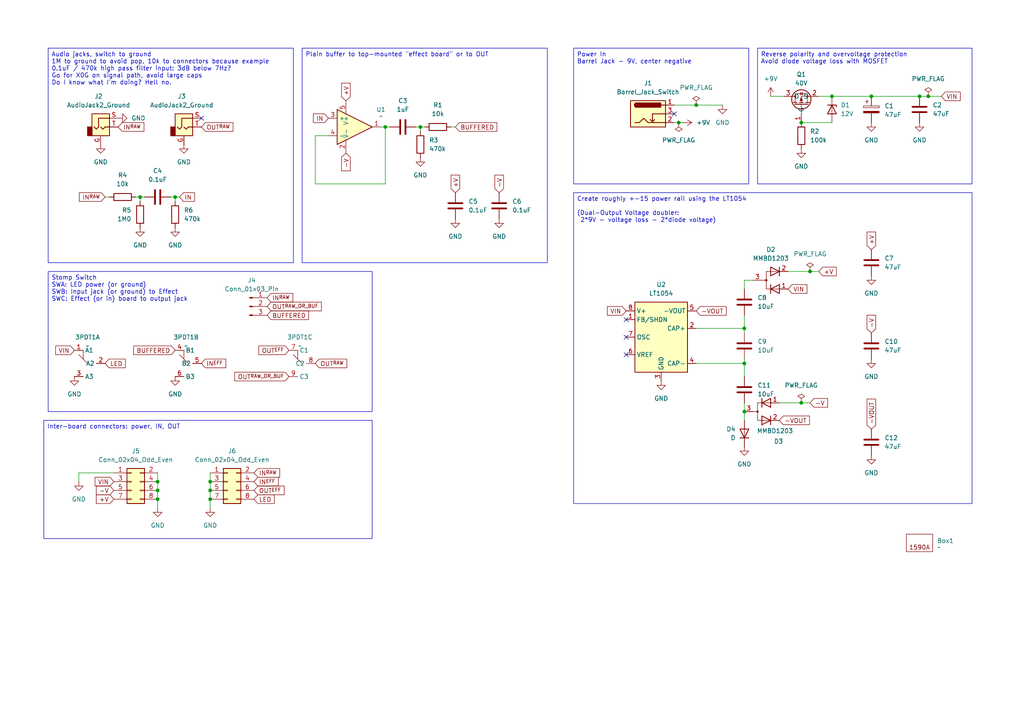
<source format=kicad_sch>
(kicad_sch (version 20231120) (generator "eeschema") (generator_version "8.0")
  (paper "A4")
  (title_block (title "Base board using LT1054 for power") (date "2025-02-28") (rev "v1.0"))
  (lib_symbols
    (symbol "Connector:Barrel_Jack_Switch" (pin_names hide)
      (property "Reference" "J" (at 0 5.334 0))
      (property "Value" "Barrel_Jack_Switch" (at 0 -5.08 0))
      (symbol "Barrel_Jack_Switch_0_1"
        (rectangle (start -5.08 3.81) (end 5.08 -3.81) (stroke (width 0.254)) (fill (type background)))
        (arc (start -3.302 3.175) (mid -3.9343 2.54) (end -3.302 1.905) (stroke (width 0.254)))
        (arc (start -3.302 3.175) (mid -3.9343 2.54) (end -3.302 1.905) (stroke (width 0.254)) (fill (type outline)))
        (polyline (pts (xy 1.27 -2.286) (xy 1.905 -1.651)) (stroke (width 0.254)))
        (polyline (pts (xy 5.08 2.54) (xy 3.81 2.54)) (stroke (width 0.254)))
        (polyline (pts (xy 5.08 0) (xy 1.27 0) (xy 1.27 -2.286) (xy 0.635 -1.651)) (stroke (width 0.254)))
        (polyline (pts (xy -3.81 -2.54) (xy -2.54 -2.54) (xy -1.27 -1.27) (xy 0 -2.54) (xy 2.54 -2.54) (xy 5.08 -2.54)) (stroke (width 0.254)))
        (rectangle (start 3.683 3.175) (end -3.302 1.905) (stroke (width 0.254)) (fill (type outline)))
      )
      (symbol "Barrel_Jack_Switch_1_1"
        (pin passive line (at 7.62 2.54 180) (length 2.54) (name "~") (number "1"))
        (pin passive line (at 7.62 -2.54 180) (length 2.54) (name "~") (number "2"))
        (pin passive line (at 7.62 0 180) (length 2.54) (name "~") (number "3"))
      )
    )
    (symbol "Connector:Conn_01x03_Pin" (pin_names (offset 1.016) hide)
      (property "Reference" "J" (at 0 5.08 0))
      (property "Value" "Conn_01x03_Pin" (at 0 -5.08 0))
      (symbol "Conn_01x03_Pin_1_1"
        (polyline (pts (xy 1.27 -2.54) (xy 0.8636 -2.54)) (stroke (width 0.1524)))
        (polyline (pts (xy 1.27 0) (xy 0.8636 0)) (stroke (width 0.1524)))
        (polyline (pts (xy 1.27 2.54) (xy 0.8636 2.54)) (stroke (width 0.1524)))
        (rectangle (start 0.8636 -2.413) (end 0 -2.667) (stroke (width 0.1524)) (fill (type outline)))
        (rectangle (start 0.8636 0.127) (end 0 -0.127) (stroke (width 0.1524)) (fill (type outline)))
        (rectangle (start 0.8636 2.667) (end 0 2.413) (stroke (width 0.1524)) (fill (type outline)))
        (pin passive line (at 5.08 2.54 180) (length 3.81) (name "Pin_1") (number "1"))
        (pin passive line (at 5.08 0 180) (length 3.81) (name "Pin_2") (number "2"))
        (pin passive line (at 5.08 -2.54 180) (length 3.81) (name "Pin_3") (number "3"))
      )
    )
    (symbol "Connector_Audio:AudioJack2_Ground"
      (property "Reference" "J" (at 0 8.89 0))
      (property "Value" "AudioJack2_Ground" (at 0 6.35 0))
      (symbol "AudioJack2_Ground_0_1"
        (rectangle (start -2.54 -2.54) (end -3.81 0) (stroke (width 0.254)) (fill (type outline)))
        (polyline (pts (xy 0 0) (xy 0.635 -0.635) (xy 1.27 0) (xy 2.54 0)) (stroke (width 0.254)))
        (polyline (pts (xy 2.54 2.54) (xy -0.635 2.54) (xy -0.635 0) (xy -1.27 -0.635) (xy -1.905 0)) (stroke (width 0.254)))
        (rectangle (start 2.54 3.81) (end -2.54 -2.54) (stroke (width 0.254)) (fill (type background)))
      )
      (symbol "AudioJack2_Ground_1_1"
        (pin passive line (at 0 -5.08 90) (length 2.54) (name "~") (number "G"))
        (pin passive line (at 5.08 2.54 180) (length 2.54) (name "~") (number "S"))
        (pin passive line (at 5.08 0 180) (length 2.54) (name "~") (number "T"))
      )
    )
    (symbol "Connector_Generic:Conn_02x04_Odd_Even" (pin_names (offset 1.016) hide)
      (property "Reference" "J" (at 1.27 5.08 0))
      (property "Value" "Conn_02x04_Odd_Even" (at 1.27 -7.62 0))
      (symbol "Conn_02x04_Odd_Even_1_1"
        (rectangle (start -1.27 -4.953) (end 0 -5.207) (stroke (width 0.1524)))
        (rectangle (start -1.27 -2.413) (end 0 -2.667) (stroke (width 0.1524)))
        (rectangle (start -1.27 0.127) (end 0 -0.127) (stroke (width 0.1524)))
        (rectangle (start -1.27 2.667) (end 0 2.413) (stroke (width 0.1524)))
        (rectangle (start -1.27 3.81) (end 3.81 -6.35) (stroke (width 0.254)) (fill (type background)))
        (rectangle (start 3.81 -4.953) (end 2.54 -5.207) (stroke (width 0.1524)))
        (rectangle (start 3.81 -2.413) (end 2.54 -2.667) (stroke (width 0.1524)))
        (rectangle (start 3.81 0.127) (end 2.54 -0.127) (stroke (width 0.1524)))
        (rectangle (start 3.81 2.667) (end 2.54 2.413) (stroke (width 0.1524)))
        (pin passive line (at -5.08 2.54 0) (length 3.81) (name "Pin_1") (number "1"))
        (pin passive line (at 7.62 2.54 180) (length 3.81) (name "Pin_2") (number "2"))
        (pin passive line (at -5.08 0 0) (length 3.81) (name "Pin_3") (number "3"))
        (pin passive line (at 7.62 0 180) (length 3.81) (name "Pin_4") (number "4"))
        (pin passive line (at -5.08 -2.54 0) (length 3.81) (name "Pin_5") (number "5"))
        (pin passive line (at 7.62 -2.54 180) (length 3.81) (name "Pin_6") (number "6"))
        (pin passive line (at -5.08 -5.08 0) (length 3.81) (name "Pin_7") (number "7"))
        (pin passive line (at 7.62 -5.08 180) (length 3.81) (name "Pin_8") (number "8"))
      )
    )
    (symbol "Device:C" (pin_numbers hide) (pin_names (offset 0.254))
      (property "Reference" "C" (at 0.635 2.54 0))
      (property "Value" "C" (at 0.635 -2.54 0))
      (symbol "C_0_1"
        (polyline (pts (xy -2.032 -0.762) (xy 2.032 -0.762)) (stroke (width 0.508)))
        (polyline (pts (xy -2.032 0.762) (xy 2.032 0.762)) (stroke (width 0.508)))
      )
      (symbol "C_1_1"
        (pin passive line (at 0 3.81 270) (length 2.794) (name "~") (number "1"))
        (pin passive line (at 0 -3.81 90) (length 2.794) (name "~") (number "2"))
      )
    )
    (symbol "Device:C_Polarized" (pin_numbers hide) (pin_names (offset 0.254))
      (property "Reference" "C" (at 0.635 2.54 0))
      (property "Value" "C_Polarized" (at 0.635 -2.54 0))
      (symbol "C_Polarized_0_1"
        (rectangle (start -2.286 0.508) (end 2.286 1.016))
        (polyline (pts (xy -1.778 2.286) (xy -0.762 2.286)))
        (polyline (pts (xy -1.27 2.794) (xy -1.27 1.778)))
        (rectangle (start 2.286 -0.508) (end -2.286 -1.016) (fill (type outline)))
      )
      (symbol "C_Polarized_1_1"
        (pin passive line (at 0 3.81 270) (length 2.794) (name "~") (number "1"))
        (pin passive line (at 0 -3.81 90) (length 2.794) (name "~") (number "2"))
      )
    )
    (symbol "Device:D" (pin_numbers hide) (pin_names (offset 1.016) hide)
      (property "Reference" "D" (at 0 2.54 0))
      (property "Value" "D" (at 0 -2.54 0))
      (symbol "D_0_1"
        (polyline (pts (xy -1.27 1.27) (xy -1.27 -1.27)) (stroke (width 0.254)))
        (polyline (pts (xy 1.27 0) (xy -1.27 0)))
        (polyline (pts (xy 1.27 1.27) (xy 1.27 -1.27) (xy -1.27 0) (xy 1.27 1.27)) (stroke (width 0.254)))
      )
      (symbol "D_1_1"
        (pin passive line (at -3.81 0 0) (length 2.54) (name "K") (number "1"))
        (pin passive line (at 3.81 0 180) (length 2.54) (name "A") (number "2"))
      )
    )
    (symbol "Device:D_Dual_Series_AKC_Parallel" (pin_names (offset 0.762) hide)
      (property "Reference" "D" (at 0 5.08 0))
      (property "Value" "D_Dual_Series_AKC_Parallel" (at 0 -5.08 0))
      (symbol "D_Dual_Series_AKC_Parallel_0_0"
        (polyline (pts (xy 0 -1.27) (xy 0 -3.81)) (stroke (width 0.254)))
        (polyline (pts (xy 2.54 3.81) (xy 2.54 1.27)) (stroke (width 0.254)))
      )
      (symbol "D_Dual_Series_AKC_Parallel_0_1"
        (circle (center -1.27 0) (radius 0.254) (fill (type outline)))
        (polyline (pts (xy -1.27 0) (xy -2.54 0)))
        (polyline (pts (xy 2.54 2.54) (xy -1.27 2.54) (xy -1.27 -2.54) (xy 2.54 -2.54)))
        (polyline (pts (xy 0 3.81) (xy 2.54 2.54) (xy 0 1.27) (xy 0 3.81) (xy 0 3.81) (xy 0 3.81)) (stroke (width 0.254)))
        (polyline (pts (xy 2.54 -1.27) (xy 0 -2.54) (xy 2.54 -3.81) (xy 2.54 -1.27) (xy 2.54 -1.27) (xy 2.54 -1.27)) (stroke (width 0.254)))
        (pin passive line (at 5.08 -2.54 180) (length 2.54) (name "A") (number "1"))
        (pin passive line (at 5.08 2.54 180) (length 2.54) (name "K") (number "2"))
        (pin passive line (at -5.08 0 0) (length 2.54) (name "common") (number "3"))
      )
    )
    (symbol "Device:D_Zener" (pin_numbers hide) (pin_names (offset 1.016) hide)
      (property "Reference" "D" (at 0 2.54 0))
      (property "Value" "D_Zener" (at 0 -2.54 0))
      (symbol "D_Zener_0_1"
        (polyline (pts (xy 1.27 0) (xy -1.27 0)))
        (polyline (pts (xy -1.27 -1.27) (xy -1.27 1.27) (xy -0.762 1.27)) (stroke (width 0.254)))
        (polyline (pts (xy 1.27 -1.27) (xy 1.27 1.27) (xy -1.27 0) (xy 1.27 -1.27)) (stroke (width 0.254)))
      )
      (symbol "D_Zener_1_1"
        (pin passive line (at -3.81 0 0) (length 2.54) (name "K") (number "1"))
        (pin passive line (at 3.81 0 180) (length 2.54) (name "A") (number "2"))
      )
    )
    (symbol "Device:R" (pin_numbers hide) (pin_names (offset 0))
      (property "Reference" "R" (at 2.032 0 90))
      (property "Value" "R" (at 0 0 90))
      (symbol "R_0_1"
        (rectangle (start -1.016 -2.54) (end 1.016 2.54) (stroke (width 0.254)))
      )
      (symbol "R_1_1"
        (pin passive line (at 0 3.81 270) (length 1.27) (name "~") (number "1"))
        (pin passive line (at 0 -3.81 90) (length 1.27) (name "~") (number "2"))
      )
    )
    (symbol "Mylib:3PDT"
      (property "Reference" "3PDT" (at 0 0 0))
      (symbol "3PDT_0_1"
        (polyline (pts (xy 0 -3.81) (xy 0 -6.35)))
        (polyline (pts (xy 1.27 -7.62) (xy -1.27 -5.08)))
      )
      (symbol "3PDT_1_1"
        (pin passive line (at -2.54 -3.81 0) (length 2.54) (name "A1") (number "1"))
        (pin passive line (at 6.35 -7.62 180) (length 2.54) (name "A2") (number "2"))
        (pin passive line (at -2.54 -11.43 0) (length 2.54) (name "A3") (number "3"))
      )
      (symbol "3PDT_2_1"
        (pin passive line (at -2.54 -3.81 0) (length 2.54) (name "B1") (number "4"))
        (pin passive line (at 5.08 -7.62 180) (length 2.54) (name "B2") (number "5"))
        (pin passive line (at -2.54 -11.43 0) (length 2.54) (name "B3") (number "6"))
      )
      (symbol "3PDT_3_1"
        (pin passive line (at -2.54 -3.81 0) (length 2.54) (name "C1") (number "7"))
        (pin passive line (at 5.08 -7.62 180) (length 2.54) (name "C2") (number "8"))
        (pin passive line (at -2.54 -11.43 0) (length 2.54) (name "C3") (number "9"))
      )
    )
    (symbol "Mylib:Enclosure_1590A"
      (property "Reference" "Box" (at 0 0 0))
      (symbol "Enclosure_1590A_0_1"
        (rectangle (start -3.81 1.27) (end 3.81 -3.81))
      )
      (symbol "Enclosure_1590A_1_1"
        (text "1590A" (at 0 -2.54 0) (effects (font (size 1.27 1.27))))
      )
    )
    (symbol "Mylib:OPA1655DVB"
      (property "Reference" "U" (at -6.35 6.35 0))
      (symbol "OPA1655DVB_0_1"
        (polyline (pts (xy 0 5.08) (xy 10.16 0) (xy 0 -5.08) (xy 0 5.08)) (stroke (width 0.254)) (fill (type background)))
        (pin power_in line (at 2.54 -7.62 90) (length 3.81) (name "V-") (number "2"))
        (pin power_in line (at 2.54 7.62 270) (length 3.81) (name "V+") (number "5"))
      )
      (symbol "OPA1655DVB_1_1"
        (pin output line (at 12.7 0 180) (length 2.54) (name "~") (number "1"))
        (pin input line (at -2.54 2.54 0) (length 2.54) (name "+") (number "3"))
        (pin input line (at -2.54 -2.54 0) (length 2.54) (name "-") (number "4"))
      )
    )
    (symbol "Mylib:PMV250EPEAR"
      (property "Reference" "Q" (at 0 4.572 0))
      (property "Value" "40V" (at 0 0 0))
      (symbol "PMV250EPEAR_0_1"
        (circle (center -1.778 0) (radius 0.254) (fill (type outline)))
        (circle (center 0 -0.889) (radius 2.794) (stroke (width 0.254)))
        (polyline (pts (xy -2.54 0) (xy -1.778 0)))
        (polyline (pts (xy -2.286 -1.778) (xy -1.27 -1.778)) (stroke (width 0.254)))
        (polyline (pts (xy -1.905 -2.286) (xy 1.905 -2.286)) (stroke (width 0.254)))
        (polyline (pts (xy -0.508 -1.778) (xy 0.508 -1.778)) (stroke (width 0.254)))
        (polyline (pts (xy 0 -2.286) (xy 0 -5.08)))
        (polyline (pts (xy 1.27 -1.778) (xy 2.286 -1.778)) (stroke (width 0.254)))
        (polyline (pts (xy 2.54 0) (xy 0 0) (xy 0 -1.778)))
        (polyline (pts (xy -1.778 -1.778) (xy -1.778 0.762) (xy 1.778 0.762) (xy 1.778 -1.778)))
        (polyline (pts (xy 0 -0.254) (xy -0.381 -1.27) (xy 0.381 -1.27) (xy 0 -0.254)) (fill (type outline)))
        (polyline (pts (xy 0.381 0.762) (xy -0.254 0.381) (xy -0.254 1.143) (xy 0.381 0.762)))
        (polyline (pts (xy 0.508 0.254) (xy 0.381 0.381) (xy 0.381 1.143) (xy 0.254 1.27)))
        (circle (center 1.778 0) (radius 0.254) (fill (type outline)))
      )
      (symbol "PMV250EPEAR_1_1"
        (pin input line (at 0 -7.62 90) (length 2.54) (name "G") (number "1"))
        (pin passive line (at 5.08 0 180) (length 2.54) (name "S") (number "2"))
        (pin passive line (at -5.08 0 0) (length 2.54) (name "D") (number "3"))
      )
    )
    (symbol "Regulator_SwitchedCapacitor:LT1054"
      (property "Reference" "U" (at -6.604 11.176 0))
      (property "Value" "LT1054" (at 4.318 11.176 0))
      (symbol "LT1054_0_1"
        (rectangle (start -7.62 10.16) (end 7.62 -10.16) (stroke (width 0.254)) (fill (type background)))
      )
      (symbol "LT1054_1_1"
        (pin input line (at -10.16 5.08 0) (length 2.54) (name "FB/SHDN") (number "1"))
        (pin input line (at 10.16 2.54 180) (length 2.54) (name "CAP+") (number "2"))
        (pin power_in line (at 0 -12.7 90) (length 2.54) (name "GND") (number "3"))
        (pin input line (at 10.16 -7.62 180) (length 2.54) (name "CAP-") (number "4"))
        (pin power_out line (at 10.16 7.62 180) (length 2.54) (name "-VOUT") (number "5"))
        (pin output line (at -10.16 -5.08 0) (length 2.54) (name "VREF") (number "6"))
        (pin input line (at -10.16 0 0) (length 2.54) (name "OSC") (number "7"))
        (pin power_in line (at -10.16 7.62 0) (length 2.54) (name "V+") (number "8"))
      )
    )
    (symbol "power:+9V" (power) (pin_numbers hide) (pin_names (offset 0) hide)
      (property "Value" "+9V" (at 0 3.556 0))
      (symbol "+9V_0_1"
        (polyline (pts (xy -0.762 1.27) (xy 0 2.54)))
        (polyline (pts (xy 0 0) (xy 0 2.54)))
        (polyline (pts (xy 0 2.54) (xy 0.762 1.27)))
      )
      (symbol "+9V_1_1"
        (pin power_in line (at 0 0 90) (length 0) (name "~") (number "1"))
      )
    )
    (symbol "power:GND" (power) (pin_numbers hide) (pin_names (offset 0) hide)
      (property "Value" "GND" (at 0 -3.81 0))
      (symbol "GND_0_1"
        (polyline (pts (xy 0 0) (xy 0 -1.27) (xy 1.27 -1.27) (xy 0 -2.54) (xy -1.27 -1.27) (xy 0 -1.27)))
      )
      (symbol "GND_1_1"
        (pin power_in line (at 0 0 270) (length 0) (name "~") (number "1"))
      )
    )
    (symbol "power:PWR_FLAG" (power) (pin_numbers hide) (pin_names (offset 0) hide)
      (property "Value" "PWR_FLAG" (at 0 3.81 0))
      (symbol "PWR_FLAG_0_0"
        (pin power_out line (at 0 0 90) (length 0) (name "~") (number "1"))
      )
      (symbol "PWR_FLAG_0_1"
        (polyline (pts (xy 0 0) (xy 0 1.27) (xy -1.016 1.905) (xy 0 2.54) (xy 1.016 1.905) (xy 0 1.27)))
      )
    )
  )
  (junction (at 60.96 142.24))
  (junction (at 215.9 105.41))
  (junction (at 266.7 27.94))
  (junction (at 232.41 35.56))
  (junction (at 241.3 27.94))
  (junction (at 232.41 116.84))
  (junction (at 45.72 142.24))
  (junction (at 196.85 35.56))
  (junction (at 45.72 139.7))
  (junction (at 60.96 139.7))
  (junction (at 45.72 144.78))
  (junction (at 121.92 36.83))
  (junction (at 60.96 144.78))
  (junction (at 50.8 57.15))
  (junction (at 252.73 27.94))
  (junction (at 234.95 78.74))
  (junction (at 215.9 119.38))
  (junction (at 111.76 36.83))
  (junction (at 269.24 27.94))
  (junction (at 201.93 30.48))
  (junction (at 40.64 57.15))
  (junction (at 215.9 95.25))
  (no_connect (at 195.58 33.02))
  (no_connect (at 58.42 34.29))
  (no_connect (at 181.61 92.71))
  (no_connect (at 181.61 97.79))
  (no_connect (at 181.61 102.87))
  (wire (pts (xy 195.58 30.48) (xy 201.93 30.48)))
  (wire (pts (xy 241.3 27.94) (xy 252.73 27.94)))
  (wire (pts (xy 198.12 35.56) (xy 196.85 35.56)))
  (wire (pts (xy 45.72 144.78) (xy 45.72 147.32)))
  (wire (pts (xy 215.9 81.28) (xy 218.44 81.28)))
  (wire (pts (xy 215.9 116.84) (xy 215.9 119.38)))
  (wire (pts (xy 130.81 36.83) (xy 132.08 36.83)))
  (wire (pts (xy 33.02 137.16) (xy 22.86 137.16)))
  (wire (pts (xy 40.64 57.15) (xy 40.64 58.42)))
  (wire (pts (xy 111.76 36.83) (xy 111.76 53.34)))
  (wire (pts (xy 215.9 104.14) (xy 215.9 105.41)))
  (wire (pts (xy 50.8 57.15) (xy 52.07 57.15)))
  (wire (pts (xy 91.44 53.34) (xy 91.44 39.37)))
  (wire (pts (xy 60.96 137.16) (xy 60.96 139.7)))
  (wire (pts (xy 40.64 57.15) (xy 41.91 57.15)))
  (wire (pts (xy 111.76 53.34) (xy 91.44 53.34)))
  (wire (pts (xy 223.52 27.94) (xy 227.33 27.94)))
  (wire (pts (xy 232.41 35.56) (xy 241.3 35.56)))
  (wire (pts (xy 113.03 36.83) (xy 111.76 36.83)))
  (wire (pts (xy 60.96 139.7) (xy 60.96 142.24)))
  (wire (pts (xy 50.8 57.15) (xy 50.8 58.42)))
  (wire (pts (xy 232.41 116.84) (xy 226.06 116.84)))
  (wire (pts (xy 234.95 116.84) (xy 232.41 116.84)))
  (wire (pts (xy 45.72 142.24) (xy 45.72 144.78)))
  (wire (pts (xy 30.48 57.15) (xy 31.75 57.15)))
  (wire (pts (xy 215.9 83.82) (xy 215.9 81.28)))
  (wire (pts (xy 215.9 91.44) (xy 215.9 95.25)))
  (wire (pts (xy 196.85 35.56) (xy 195.58 35.56)))
  (wire (pts (xy 266.7 27.94) (xy 269.24 27.94)))
  (wire (pts (xy 252.73 27.94) (xy 266.7 27.94)))
  (wire (pts (xy 215.9 119.38) (xy 215.9 121.92)))
  (wire (pts (xy 201.93 30.48) (xy 209.55 30.48)))
  (wire (pts (xy 237.49 27.94) (xy 241.3 27.94)))
  (wire (pts (xy 22.86 137.16) (xy 22.86 139.7)))
  (wire (pts (xy 234.95 78.74) (xy 228.6 78.74)))
  (wire (pts (xy 45.72 139.7) (xy 45.72 142.24)))
  (wire (pts (xy 201.93 105.41) (xy 215.9 105.41)))
  (wire (pts (xy 215.9 105.41) (xy 215.9 109.22)))
  (wire (pts (xy 60.96 144.78) (xy 60.96 147.32)))
  (wire (pts (xy 121.92 36.83) (xy 123.19 36.83)))
  (wire (pts (xy 269.24 27.94) (xy 273.05 27.94)))
  (wire (pts (xy 237.49 78.74) (xy 234.95 78.74)))
  (wire (pts (xy 201.93 95.25) (xy 215.9 95.25)))
  (wire (pts (xy 91.44 39.37) (xy 95.25 39.37)))
  (wire (pts (xy 49.53 57.15) (xy 50.8 57.15)))
  (wire (pts (xy 120.65 36.83) (xy 121.92 36.83)))
  (wire (pts (xy 110.49 36.83) (xy 111.76 36.83)))
  (wire (pts (xy 121.92 36.83) (xy 121.92 38.1)))
  (wire (pts (xy 215.9 95.25) (xy 215.9 96.52)))
  (wire (pts (xy 60.96 142.24) (xy 60.96 144.78)))
  (wire (pts (xy 45.72 137.16) (xy 45.72 139.7)))
  (wire (pts (xy 39.37 57.15) (xy 40.64 57.15)))
  (text_box "Audio jacks, switch to ground\n1M to ground to avoid pop, 10k to connectors because example\n0.1uF / 470k high pass filter input: 3dB below 7Hz?\nGo for X0G on signal path, avoid large caps\nDo I know what I'm doing? Hell no." (at 13.97 13.97 0) (size 71.12 62.23) (effects (font (size 1.27 1.27)) (justify left top)))
  (text_box "Reverse polarity and overvoltage protection\nAvoid diode voltage loss with MOSFET" (at 219.71 13.97 0) (size 62.23 39.37) (effects (font (size 1.27 1.27)) (justify left top)))
  (text_box "Plain buffer to top-mounted \"effect board\" or to OUT" (at 87.63 13.97 0) (size 71.12 62.23) (effects (font (size 1.27 1.27)) (justify left top)))
  (text_box "Inter-board connectors: power, IN, OUT" (at 12.7 121.92 0) (size 95.25 34.29) (effects (font (size 1.27 1.27)) (justify left top)))
  (text_box "Power In\nBarrel Jack - 9V, center negative" (at 166.37 13.97 0) (size 50.8 39.37) (effects (font (size 1.27 1.27)) (justify left top)))
  (text_box "Stomp Switch\nSWA: LED power (or ground)\nSWB: Input jack (or ground) to Effect\nSWC: Effect (or in) board to output jack" (at 13.97 78.74 0) (size 93.98 40.64) (effects (font (size 1.27 1.27)) (justify left top)))
  (text_box "Create roughly +-15 power rail using the LT1054\n\n(Dual-Output Voltage doubler:\n 2*9V - voltage loss - 2*diode voltage)" (at 166.37 55.88 0) (size 115.57 90.17) (effects (font (size 1.27 1.27)) (justify left top)))
  (global_label "+V" (shape input) (at 237.49 78.74 0) (property "Intersheetrefs" "${INTERSHEET_REFS}" (effects (hide yes))))
  (global_label "-VOUT" (shape input) (at 201.93 90.17 0) (property "Intersheetrefs" "${INTERSHEET_REFS}" (effects (hide yes))))
  (global_label "IN^{EFF}" (shape input) (at 58.42 105.41 0) (property "Intersheetrefs" "${INTERSHEET_REFS}" (effects (hide yes))))
  (global_label "IN^{RAW}" (shape input) (at 73.66 137.16 0) (property "Intersheetrefs" "${INTERSHEET_REFS}" (effects (hide yes))))
  (global_label "OUT^{RAW_OR_BUF}" (shape input) (at 83.82 109.22 180) (property "Intersheetrefs" "${INTERSHEET_REFS}" (effects (hide yes))))
  (global_label "BUFFERED" (shape input) (at 77.47 91.44 0) (property "Intersheetrefs" "${INTERSHEET_REFS}" (effects (hide yes))))
  (global_label "BUFFERED" (shape input) (at 50.8 101.6 180) (property "Intersheetrefs" "${INTERSHEET_REFS}" (effects (hide yes))))
  (global_label "IN" (shape input) (at 52.07 57.15 0) (property "Intersheetrefs" "${INTERSHEET_REFS}" (effects (hide yes))))
  (global_label "OUT^{RAW}" (shape input) (at 58.42 36.83 0) (property "Intersheetrefs" "${INTERSHEET_REFS}" (effects (hide yes))))
  (global_label "VIN" (shape input) (at 181.61 90.17 180) (property "Intersheetrefs" "${INTERSHEET_REFS}" (effects (hide yes))))
  (global_label "VIN" (shape input) (at 21.59 101.6 180) (property "Intersheetrefs" "${INTERSHEET_REFS}" (effects (hide yes))))
  (global_label "+V" (shape input) (at 252.73 72.39 90) (property "Intersheetrefs" "${INTERSHEET_REFS}" (effects (hide yes))))
  (global_label "OUT^{EFF}" (shape input) (at 83.82 101.6 180) (property "Intersheetrefs" "${INTERSHEET_REFS}" (effects (hide yes))))
  (global_label "-V" (shape input) (at 100.33 44.45 270) (property "Intersheetrefs" "${INTERSHEET_REFS}" (effects (hide yes))))
  (global_label "VIN" (shape input) (at 273.05 27.94 0) (property "Intersheetrefs" "${INTERSHEET_REFS}" (effects (hide yes))))
  (global_label "IN^{RAW}" (shape input) (at 34.29 36.83 0) (property "Intersheetrefs" "${INTERSHEET_REFS}" (effects (hide yes))))
  (global_label "+V" (shape input) (at 132.08 55.88 90) (property "Intersheetrefs" "${INTERSHEET_REFS}" (effects (hide yes))))
  (global_label "IN^{RAW}" (shape input) (at 77.47 86.36 0) (property "Intersheetrefs" "${INTERSHEET_REFS}" (effects (hide yes))))
  (global_label "-V" (shape input) (at 234.95 116.84 0) (property "Intersheetrefs" "${INTERSHEET_REFS}" (effects (hide yes))))
  (global_label "-VOUT" (shape input) (at 252.73 124.46 90) (property "Intersheetrefs" "${INTERSHEET_REFS}" (effects (hide yes))))
  (global_label "IN^{RAW}" (shape input) (at 30.48 57.15 180) (property "Intersheetrefs" "${INTERSHEET_REFS}" (effects (hide yes))))
  (global_label "OUT^{RAW_OR_BUF}" (shape input) (at 77.47 88.9 0) (property "Intersheetrefs" "${INTERSHEET_REFS}" (effects (hide yes))))
  (global_label "LED" (shape input) (at 73.66 144.78 0) (property "Intersheetrefs" "${INTERSHEET_REFS}" (effects (hide yes))))
  (global_label "IN" (shape input) (at 95.25 34.29 180) (property "Intersheetrefs" "${INTERSHEET_REFS}" (effects (hide yes))))
  (global_label "-V" (shape input) (at 144.78 55.88 90) (property "Intersheetrefs" "${INTERSHEET_REFS}" (effects (hide yes))))
  (global_label "VIN" (shape input) (at 228.6 83.82 0) (property "Intersheetrefs" "${INTERSHEET_REFS}" (effects (hide yes))))
  (global_label "-V" (shape input) (at 33.02 142.24 180) (property "Intersheetrefs" "${INTERSHEET_REFS}" (effects (hide yes))))
  (global_label "BUFFERED" (shape input) (at 132.08 36.83 0) (property "Intersheetrefs" "${INTERSHEET_REFS}" (effects (hide yes))))
  (global_label "-V" (shape input) (at 252.73 96.52 90) (property "Intersheetrefs" "${INTERSHEET_REFS}" (effects (hide yes))))
  (global_label "+V" (shape input) (at 100.33 29.21 90) (property "Intersheetrefs" "${INTERSHEET_REFS}" (effects (hide yes))))
  (global_label "+V" (shape input) (at 33.02 144.78 180) (property "Intersheetrefs" "${INTERSHEET_REFS}" (effects (hide yes))))
  (global_label "OUT^{EFF}" (shape input) (at 73.66 142.24 0) (property "Intersheetrefs" "${INTERSHEET_REFS}" (effects (hide yes))))
  (global_label "LED" (shape input) (at 30.48 105.41 0) (property "Intersheetrefs" "${INTERSHEET_REFS}" (effects (hide yes))))
  (global_label "OUT^{RAW}" (shape input) (at 91.44 105.41 0) (property "Intersheetrefs" "${INTERSHEET_REFS}" (effects (hide yes))))
  (global_label "IN^{EFF}" (shape input) (at 73.66 139.7 0) (property "Intersheetrefs" "${INTERSHEET_REFS}" (effects (hide yes))))
  (global_label "-VOUT" (shape input) (at 226.06 121.92 0) (property "Intersheetrefs" "${INTERSHEET_REFS}" (effects (hide yes))))
  (global_label "VIN" (shape input) (at 33.02 139.7 180) (property "Intersheetrefs" "${INTERSHEET_REFS}" (effects (hide yes))))
  (symbol (lib_id "power:GND") (at 209.55 30.48 0) (unit 1)
    (property "Reference" "#PWR2" (effects (hide yes)))
    (property "Value" "GND" (at 209.55 35.56 0))
    (property "Description" "Power symbol creates a global label with name \"GND\" , ground" (effects (hide yes)))
  )
  (symbol (lib_id "Device:C") (at 215.9 113.03 0) (unit 1)
    (property "Reference" "C11" (at 219.71 111.7599 0) (effects (justify left)))
    (property "Value" "10uF" (at 219.71 114.2999 0) (effects (justify left)))
    (property "Footprint" "Capacitor_SMD:C_1206_3216Metric_Pad1.33x1.80mm_HandSolder" (effects (hide yes)))
    (property "Description" "Unpolarized capacitor" (effects (hide yes)))
  )
  (symbol (lib_id "power:GND") (at 29.21 41.91 0) (unit 1)
    (property "Reference" "#PWR7" (effects (hide yes)))
    (property "Value" "GND" (at 29.21 46.99 0))
    (property "Description" "Power symbol creates a global label with name \"GND\" , ground" (effects (hide yes)))
  )
  (symbol (lib_id "Connector_Audio:AudioJack2_Ground") (at 29.21 36.83 0) (unit 1)
    (property "Reference" "J2" (at 28.575 27.94 0))
    (property "Value" "AudioJack2_Ground" (at 28.575 30.48 0))
    (property "Footprint" "Mylib:CK-6.35" (effects (hide yes)))
    (property "Description" "Audio Jack, 2 Poles (Mono / TS), Grounded Sleeve" (effects (hide yes)))
  )
  (symbol (lib_id "power:GND") (at 34.29 34.29 90) (unit 1)
    (property "Reference" "#PWR3" (effects (hide yes)))
    (property "Value" "GND" (at 38.1 34.2899 90) (effects (justify right)))
    (property "Description" "Power symbol creates a global label with name \"GND\" , ground" (effects (hide yes)))
  )
  (symbol (lib_id "Device:C") (at 215.9 100.33 0) (unit 1)
    (property "Reference" "C9" (at 219.71 99.0599 0) (effects (justify left)))
    (property "Value" "10uF" (at 219.71 101.5999 0) (effects (justify left)))
    (property "Footprint" "Capacitor_SMD:C_1206_3216Metric_Pad1.33x1.80mm_HandSolder" (effects (hide yes)))
    (property "Description" "Unpolarized capacitor" (effects (hide yes)))
  )
  (symbol (lib_id "Device:D") (at 215.9 125.73 270) (mirror x) (unit 1)
    (property "Reference" "D4" (at 213.36 124.4599 90) (effects (justify right)))
    (property "Value" "D" (at 213.36 126.9999 90) (effects (justify right)))
    (property "Footprint" "Diode_SMD:D_SOD-123" (effects (hide yes)))
    (property "Description" "Diode" (effects (hide yes)))
    (property "Sim.Device" "D" (effects (hide yes)))
    (property "Sim.Pins" "1=K 2=A" (effects (hide yes)))
  )
  (symbol (lib_id "Device:C") (at 132.08 59.69 0) (unit 1)
    (property "Reference" "C5" (at 135.89 58.4199 0) (effects (justify left)))
    (property "Value" "0.1uF" (at 135.89 60.9599 0) (effects (justify left)))
    (property "Footprint" "Capacitor_SMD:C_1206_3216Metric_Pad1.33x1.80mm_HandSolder" (effects (hide yes)))
    (property "Description" "Unpolarized capacitor" (effects (hide yes)))
  )
  (symbol (lib_id "Device:C") (at 116.84 36.83 90) (unit 1)
    (property "Reference" "C3" (at 116.84 29.21 90))
    (property "Value" "1uF" (at 116.84 31.75 90))
    (property "Footprint" "Capacitor_SMD:C_1206_3216Metric_Pad1.33x1.80mm_HandSolder" (effects (hide yes)))
    (property "Description" "Unpolarized capacitor" (effects (hide yes)))
  )
  (symbol (lib_id "Device:D_Dual_Series_AKC_Parallel") (at 220.98 119.38 0) (mirror x) (unit 1)
    (property "Reference" "D3" (at 225.806 128.016 0))
    (property "Value" "MMBD1203" (at 224.79 124.968 0))
    (property "Footprint" "Package_TO_SOT_SMD:SOT-23-3" (effects (hide yes)))
    (property "Description" "Dual diode, anode/cathode/center" (effects (hide yes)))
  )
  (symbol (lib_id "Connector:Barrel_Jack_Switch") (at 187.96 33.02 0) (unit 1)
    (property "Reference" "J1" (at 187.96 24.13 0))
    (property "Value" "Barrel_Jack_Switch" (at 187.96 26.67 0))
    (property "Footprint" "Connector_BarrelJack:BarrelJack_Wuerth_6941xx301002" (effects (hide yes)))
    (property "Description" "DC Barrel Jack with an internal switch" (effects (hide yes)))
  )
  (symbol (lib_id "power:GND") (at 22.86 139.7 0) (unit 1)
    (property "Reference" "#PWR22" (effects (hide yes)))
    (property "Value" "GND" (at 22.86 144.78 0))
    (property "Description" "Power symbol creates a global label with name \"GND\" , ground" (effects (hide yes)))
  )
  (symbol (lib_id "power:+9V") (at 198.12 35.56 270) (unit 1)
    (property "Reference" "#PWR4" (effects (hide yes)))
    (property "Value" "+9V" (at 201.93 35.5599 90) (effects (justify left)))
    (property "Description" "Power symbol creates a global label with name \"+9V\"" (effects (hide yes)))
  )
  (symbol (lib_id "power:GND") (at 252.73 104.14 0) (unit 1)
    (property "Reference" "#PWR16" (effects (hide yes)))
    (property "Value" "GND" (at 252.73 109.22 0))
    (property "Description" "Power symbol creates a global label with name \"GND\" , ground" (effects (hide yes)))
  )
  (symbol (lib_id "Connector:Conn_01x03_Pin") (at 72.39 88.9 0) (unit 1)
    (property "Reference" "J4" (at 73.025 81.28 0))
    (property "Value" "Conn_01x03_Pin" (at 73.025 83.82 0))
    (property "Footprint" "Connector_PinHeader_2.54mm:PinHeader_1x03_P2.54mm_Vertical" (effects (hide yes)))
    (property "Description" "Generic connector, single row, 01x03, script generated" (effects (hide yes)))
  )
  (symbol (lib_id "power:GND") (at 45.72 147.32 0) (unit 1)
    (property "Reference" "#PWR23" (effects (hide yes)))
    (property "Value" "GND" (at 45.72 152.4 0))
    (property "Description" "Power symbol creates a global label with name \"GND\" , ground" (effects (hide yes)))
  )
  (symbol (lib_id "power:GND") (at 40.64 66.04 0) (unit 1)
    (property "Reference" "#PWR13" (effects (hide yes)))
    (property "Value" "GND" (at 40.64 71.12 0))
    (property "Description" "Power symbol creates a global label with name \"GND\" , ground" (effects (hide yes)))
  )
  (symbol (lib_id "Device:C") (at 252.73 76.2 0) (unit 1)
    (property "Reference" "C7" (at 256.54 74.9299 0) (effects (justify left)))
    (property "Value" "47uF" (at 256.54 77.4699 0) (effects (justify left)))
    (property "Footprint" "Capacitor_SMD:C_1206_3216Metric_Pad1.33x1.80mm_HandSolder" (effects (hide yes)))
    (property "Description" "Unpolarized capacitor" (effects (hide yes)))
  )
  (symbol (lib_id "Device:R") (at 121.92 41.91 0) (unit 1)
    (property "Reference" "R3" (at 124.46 40.6399 0) (effects (justify left)))
    (property "Value" "470k" (at 124.46 43.1799 0) (effects (justify left)))
    (property "Footprint" "Resistor_SMD:R_0805_2012Metric_Pad1.20x1.40mm_HandSolder" (effects (hide yes)))
    (property "Description" "Resistor" (effects (hide yes)))
  )
  (symbol (lib_id "Device:D_Dual_Series_AKC_Parallel") (at 223.52 81.28 0) (unit 1)
    (property "Reference" "D2" (at 223.5835 72.39 0))
    (property "Value" "MMBD1203" (at 223.5835 74.93 0))
    (property "Footprint" "Package_TO_SOT_SMD:SOT-23-3" (effects (hide yes)))
    (property "Description" "Dual diode, anode/cathode/center" (effects (hide yes)))
  )
  (symbol (lib_id "power:PWR_FLAG") (at 269.24 27.94 0) (unit 1)
    (property "Reference" "#FLG1" (effects (hide yes)))
    (property "Value" "PWR_FLAG" (at 269.24 22.86 0))
    (property "Description" "Special symbol for telling ERC where power comes from" (effects (hide yes)))
  )
  (symbol (lib_id "power:GND") (at 132.08 63.5 0) (unit 1)
    (property "Reference" "#PWR11" (effects (hide yes)))
    (property "Value" "GND" (at 132.08 68.58 0))
    (property "Description" "Power symbol creates a global label with name \"GND\" , ground" (effects (hide yes)))
  )
  (symbol (lib_id "Mylib:OPA1655DVB") (at 97.79 36.83 0) (unit 1)
    (property "Reference" "U1" (at 110.49 31.7814 0))
    (property "Value" "~" (at 110.49 33.6865 0))
    (property "Footprint" "Package_TO_SOT_SMD:SOT-23-5_HandSoldering" (effects (hide yes)))
    (property "Datasheet" "https://www.ti.com/lit/ds/symlink/opa1655.pdf" (effects (hide yes)))
    (property "Description" "Ultra-Low-Noise, Low-Distortion, FET-Input Audio Operational Amplifier" (effects (hide yes)))
  )
  (symbol (lib_id "power:GND") (at 266.7 35.56 0) (unit 1)
    (property "Reference" "#PWR6" (effects (hide yes)))
    (property "Value" "GND" (at 266.7 40.64 0))
    (property "Description" "Power symbol creates a global label with name \"GND\" , ground" (effects (hide yes)))
  )
  (symbol (lib_id "Device:R") (at 35.56 57.15 90) (unit 1)
    (property "Reference" "R4" (at 35.56 50.8 90))
    (property "Value" "10k" (at 35.56 53.34 90))
    (property "Footprint" "Resistor_SMD:R_0805_2012Metric_Pad1.20x1.40mm_HandSolder" (effects (hide yes)))
    (property "Description" "Resistor" (effects (hide yes)))
  )
  (symbol (lib_id "Device:C") (at 215.9 87.63 0) (unit 1)
    (property "Reference" "C8" (at 219.71 86.3599 0) (effects (justify left)))
    (property "Value" "10uF" (at 219.71 88.8999 0) (effects (justify left)))
    (property "Footprint" "Capacitor_SMD:C_1206_3216Metric_Pad1.33x1.80mm_HandSolder" (effects (hide yes)))
    (property "Description" "Unpolarized capacitor" (effects (hide yes)))
  )
  (symbol (lib_id "Device:C") (at 45.72 57.15 90) (unit 1)
    (property "Reference" "C4" (at 45.72 49.53 90))
    (property "Value" "0.1uF" (at 45.72 52.07 90))
    (property "Footprint" "Capacitor_SMD:C_1206_3216Metric_Pad1.33x1.80mm_HandSolder" (effects (hide yes)))
    (property "Description" "Unpolarized capacitor" (effects (hide yes)))
  )
  (symbol (lib_id "Mylib:PMV250EPEAR") (at 232.41 27.94 0) (unit 1)
    (property "Reference" "Q1" (at 232.41 21.59 0))
    (property "Value" "40V" (at 232.41 24.13 0))
    (property "Footprint" "Package_TO_SOT_SMD:SOT-23-3" (effects (hide yes)))
    (property "Datasheet" "https://assets.nexperia.com/documents/data-sheet/PMV250EPEA.pdf" (effects (hide yes)))
    (property "Description" "P-channel enhancement mode FET" (effects (hide yes)))
  )
  (symbol (lib_id "Device:C") (at 266.7 31.75 0) (unit 1)
    (property "Reference" "C2" (at 270.51 30.4799 0) (effects (justify left)))
    (property "Value" "47uF" (at 270.51 33.0199 0) (effects (justify left)))
    (property "Footprint" "Capacitor_SMD:C_1206_3216Metric_Pad1.33x1.80mm_HandSolder" (effects (hide yes)))
    (property "Description" "Unpolarized capacitor" (effects (hide yes)))
  )
  (symbol (lib_id "power:GND") (at 191.77 110.49 0) (unit 1)
    (property "Reference" "#PWR19" (effects (hide yes)))
    (property "Value" "GND" (at 191.77 115.57 0))
    (property "Description" "Power symbol creates a global label with name \"GND\" , ground" (effects (hide yes)))
  )
  (symbol (lib_id "Regulator_SwitchedCapacitor:LT1054") (at 191.77 97.79 0) (unit 1)
    (property "Reference" "U2" (at 191.77 82.55 0))
    (property "Value" "LT1054" (at 191.77 85.09 0))
    (property "Footprint" "Package_SO:SOIC-8_3.9x4.9mm_P1.27mm" (effects (hide yes)))
    (property "Datasheet" "https://www.analog.com/media/en/technical-documentation/data-sheets/1054lfh.pdf" (effects (hide yes)))
    (property "Description" "Switched-Capacitor Voltage Converter with Regulator, output current 100mA, operating range 3.5V to 15V, low loss 1.1V at 100mA, DIP-8/SO-8" (effects (hide yes)))
  )
  (symbol (lib_id "Mylib:3PDT") (at 53.34 97.79 0) (unit 2)
    (property "Reference" "3PDT1" (at 53.975 97.79 0))
    (property "Value" "~" (at 53.975 100.33 0))
    (property "Footprint" "Mylib:3PDT-Stomp-Switch" (effects (hide yes)))
  )
  (symbol (lib_id "Device:C_Polarized") (at 252.73 31.75 0) (unit 1)
    (property "Reference" "C1" (at 256.54 30.734 0) (effects (justify left)))
    (property "Value" "47uF" (at 256.54 33.274 0) (effects (justify left)))
    (property "Footprint" "Capacitor_THT:CP_Radial_D4.0mm_P2.00mm" (effects (hide yes)))
    (property "Description" "Polarized capacitor" (effects (hide yes)))
  )
  (symbol (lib_id "power:GND") (at 252.73 35.56 0) (unit 1)
    (property "Reference" "#PWR5" (effects (hide yes)))
    (property "Value" "GND" (at 252.73 40.64 0))
    (property "Description" "Power symbol creates a global label with name \"GND\" , ground" (effects (hide yes)))
  )
  (symbol (lib_id "Device:D_Zener") (at 241.3 31.75 270) (unit 1)
    (property "Reference" "D1" (at 243.84 30.4799 90) (effects (justify left)))
    (property "Value" "12V" (at 243.84 33.0199 90) (effects (justify left)))
    (property "Footprint" "Diode_SMD:D_SOD-123" (effects (hide yes)))
    (property "Description" "Zener diode" (effects (hide yes)))
  )
  (symbol (lib_id "Device:C") (at 144.78 59.69 0) (unit 1)
    (property "Reference" "C6" (at 148.59 58.4199 0) (effects (justify left)))
    (property "Value" "0.1uF" (at 148.59 60.9599 0) (effects (justify left)))
    (property "Footprint" "Capacitor_SMD:C_1206_3216Metric_Pad1.33x1.80mm_HandSolder" (effects (hide yes)))
    (property "Description" "Unpolarized capacitor" (effects (hide yes)))
  )
  (symbol (lib_id "power:GND") (at 53.34 41.91 0) (unit 1)
    (property "Reference" "#PWR8" (effects (hide yes)))
    (property "Value" "GND" (at 53.34 46.99 0))
    (property "Description" "Power symbol creates a global label with name \"GND\" , ground" (effects (hide yes)))
  )
  (symbol (lib_id "Mylib:Enclosure_1590A") (at 266.7 156.21 0) (unit 1)
    (property "Reference" "Box1" (at 271.78 156.8449 0) (effects (justify left)))
    (property "Value" "~" (at 271.78 158.75 0) (effects (justify left)))
    (property "Footprint" "Mylib:1590A" (effects (hide yes)))
  )
  (symbol (lib_id "power:GND") (at 252.73 80.01 0) (unit 1)
    (property "Reference" "#PWR15" (effects (hide yes)))
    (property "Value" "GND" (at 252.73 85.09 0))
    (property "Description" "Power symbol creates a global label with name \"GND\" , ground" (effects (hide yes)))
  )
  (symbol (lib_id "Device:R") (at 40.64 62.23 0) (mirror y) (unit 1)
    (property "Reference" "R5" (at 38.1 60.9599 0) (effects (justify left)))
    (property "Value" "1M0" (at 38.1 63.4999 0) (effects (justify left)))
    (property "Footprint" "Resistor_SMD:R_0805_2012Metric_Pad1.20x1.40mm_HandSolder" (effects (hide yes)))
    (property "Description" "Resistor" (effects (hide yes)))
  )
  (symbol (lib_id "power:PWR_FLAG") (at 196.85 35.56 180) (unit 1)
    (property "Reference" "#FLG3" (effects (hide yes)))
    (property "Value" "PWR_FLAG" (at 196.85 40.64 0))
    (property "Description" "Special symbol for telling ERC where power comes from" (effects (hide yes)))
  )
  (symbol (lib_id "Connector_Generic:Conn_02x04_Odd_Even") (at 66.04 139.7 0) (unit 1)
    (property "Reference" "J6" (at 67.31 130.81 0))
    (property "Value" "Conn_02x04_Odd_Even" (at 67.31 133.35 0))
    (property "Footprint" "Connector_PinHeader_2.54mm:PinHeader_2x04_P2.54mm_Vertical" (effects (hide yes)))
    (property "Description" "Generic connector, double row, 02x04, odd/even pin numbering scheme (row 1 odd numbers, row 2 even numbers), script generated (kicad-library-utils/schlib/autogen/connector/)" (effects (hide yes)))
  )
  (symbol (lib_id "power:GND") (at 60.96 147.32 0) (mirror y) (unit 1)
    (property "Reference" "#PWR24" (effects (hide yes)))
    (property "Value" "GND" (at 60.96 152.4 0))
    (property "Description" "Power symbol creates a global label with name \"GND\" , ground" (effects (hide yes)))
  )
  (symbol (lib_id "power:GND") (at 121.92 45.72 0) (unit 1)
    (property "Reference" "#PWR10" (effects (hide yes)))
    (property "Value" "GND" (at 121.92 50.8 0))
    (property "Description" "Power symbol creates a global label with name \"GND\" , ground" (effects (hide yes)))
  )
  (symbol (lib_id "power:GND") (at 232.41 43.18 0) (unit 1)
    (property "Reference" "#PWR9" (effects (hide yes)))
    (property "Value" "GND" (at 232.41 48.26 0))
    (property "Description" "Power symbol creates a global label with name \"GND\" , ground" (effects (hide yes)))
  )
  (symbol (lib_id "Mylib:3PDT") (at 24.13 97.79 0) (unit 1)
    (property "Reference" "3PDT1" (at 25.4 97.79 0))
    (property "Value" "~" (at 25.4 100.33 0))
    (property "Footprint" "Mylib:3PDT-Stomp-Switch" (effects (hide yes)))
  )
  (symbol (lib_id "power:GND") (at 215.9 129.54 0) (unit 1)
    (property "Reference" "#PWR20" (effects (hide yes)))
    (property "Value" "GND" (at 215.9 134.62 0))
    (property "Description" "Power symbol creates a global label with name \"GND\" , ground" (effects (hide yes)))
  )
  (symbol (lib_id "Connector_Generic:Conn_02x04_Odd_Even") (at 38.1 139.7 0) (unit 1)
    (property "Reference" "J5" (at 39.37 130.81 0))
    (property "Value" "Conn_02x04_Odd_Even" (at 39.37 133.35 0))
    (property "Footprint" "Connector_PinHeader_2.54mm:PinHeader_2x04_P2.54mm_Vertical" (effects (hide yes)))
    (property "Description" "Generic connector, double row, 02x04, odd/even pin numbering scheme (row 1 odd numbers, row 2 even numbers), script generated (kicad-library-utils/schlib/autogen/connector/)" (effects (hide yes)))
  )
  (symbol (lib_id "power:GND") (at 252.73 132.08 0) (unit 1)
    (property "Reference" "#PWR21" (effects (hide yes)))
    (property "Value" "GND" (at 252.73 137.16 0))
    (property "Description" "Power symbol creates a global label with name \"GND\" , ground" (effects (hide yes)))
  )
  (symbol (lib_id "Device:R") (at 232.41 39.37 0) (unit 1)
    (property "Reference" "R2" (at 234.95 38.0999 0) (effects (justify left)))
    (property "Value" "100k" (at 234.95 40.6399 0) (effects (justify left)))
    (property "Footprint" "Resistor_SMD:R_0805_2012Metric_Pad1.20x1.40mm_HandSolder" (effects (hide yes)))
    (property "Description" "Resistor" (effects (hide yes)))
  )
  (symbol (lib_id "power:+9V") (at 223.52 27.94 0) (unit 1)
    (property "Reference" "#PWR1" (effects (hide yes)))
    (property "Value" "+9V" (at 223.52 22.86 0))
    (property "Description" "Power symbol creates a global label with name \"+9V\"" (effects (hide yes)))
  )
  (symbol (lib_id "power:GND") (at 144.78 63.5 0) (unit 1)
    (property "Reference" "#PWR12" (effects (hide yes)))
    (property "Value" "GND" (at 144.78 68.58 0))
    (property "Description" "Power symbol creates a global label with name \"GND\" , ground" (effects (hide yes)))
  )
  (symbol (lib_id "Device:C") (at 252.73 128.27 0) (unit 1)
    (property "Reference" "C12" (at 256.54 126.9999 0) (effects (justify left)))
    (property "Value" "47uF" (at 256.54 129.5399 0) (effects (justify left)))
    (property "Footprint" "Capacitor_SMD:C_1206_3216Metric_Pad1.33x1.80mm_HandSolder" (effects (hide yes)))
    (property "Description" "Unpolarized capacitor" (effects (hide yes)))
  )
  (symbol (lib_id "power:GND") (at 50.8 109.22 0) (unit 1)
    (property "Reference" "#PWR18" (effects (hide yes)))
    (property "Value" "GND" (at 50.8 114.3 0))
    (property "Description" "Power symbol creates a global label with name \"GND\" , ground" (effects (hide yes)))
  )
  (symbol (lib_id "Device:C") (at 252.73 100.33 0) (unit 1)
    (property "Reference" "C10" (at 256.54 99.0599 0) (effects (justify left)))
    (property "Value" "47uF" (at 256.54 101.5999 0) (effects (justify left)))
    (property "Footprint" "Capacitor_SMD:C_1206_3216Metric_Pad1.33x1.80mm_HandSolder" (effects (hide yes)))
    (property "Description" "Unpolarized capacitor" (effects (hide yes)))
  )
  (symbol (lib_id "Device:R") (at 127 36.83 90) (unit 1)
    (property "Reference" "R1" (at 127 30.48 90))
    (property "Value" "10k" (at 127 33.02 90))
    (property "Footprint" "Resistor_SMD:R_0805_2012Metric_Pad1.20x1.40mm_HandSolder" (effects (hide yes)))
    (property "Description" "Resistor" (effects (hide yes)))
  )
  (symbol (lib_id "power:GND") (at 50.8 66.04 0) (unit 1)
    (property "Reference" "#PWR14" (effects (hide yes)))
    (property "Value" "GND" (at 50.8 71.12 0))
    (property "Description" "Power symbol creates a global label with name \"GND\" , ground" (effects (hide yes)))
  )
  (symbol (lib_id "power:GND") (at 21.59 109.22 0) (unit 1)
    (property "Reference" "#PWR17" (effects (hide yes)))
    (property "Value" "GND" (at 21.59 114.3 0))
    (property "Description" "Power symbol creates a global label with name \"GND\" , ground" (effects (hide yes)))
  )
  (symbol (lib_id "power:PWR_FLAG") (at 234.95 78.74 0) (unit 1)
    (property "Reference" "#FLG4" (effects (hide yes)))
    (property "Value" "PWR_FLAG" (at 234.95 73.66 0))
    (property "Description" "Special symbol for telling ERC where power comes from" (effects (hide yes)))
  )
  (symbol (lib_id "power:PWR_FLAG") (at 232.41 116.84 0) (unit 1)
    (property "Reference" "#FLG5" (effects (hide yes)))
    (property "Value" "PWR_FLAG" (at 232.41 111.76 0))
    (property "Description" "Special symbol for telling ERC where power comes from" (effects (hide yes)))
  )
  (symbol (lib_id "power:PWR_FLAG") (at 201.93 30.48 0) (unit 1)
    (property "Reference" "#FLG2" (effects (hide yes)))
    (property "Value" "PWR_FLAG" (at 201.93 25.4 0))
    (property "Description" "Special symbol for telling ERC where power comes from" (effects (hide yes)))
  )
  (symbol (lib_id "Connector_Audio:AudioJack2_Ground") (at 53.34 36.83 0) (unit 1)
    (property "Reference" "J3" (at 52.705 27.94 0))
    (property "Value" "AudioJack2_Ground" (at 52.705 30.48 0))
    (property "Footprint" "Mylib:CK-6.35" (effects (hide yes)))
    (property "Description" "Audio Jack, 2 Poles (Mono / TS), Grounded Sleeve" (effects (hide yes)))
  )
  (symbol (lib_id "Device:R") (at 50.8 62.23 0) (unit 1)
    (property "Reference" "R6" (at 53.34 60.9599 0) (effects (justify left)))
    (property "Value" "470k" (at 53.34 63.4999 0) (effects (justify left)))
    (property "Footprint" "Resistor_SMD:R_0805_2012Metric_Pad1.20x1.40mm_HandSolder" (effects (hide yes)))
    (property "Description" "Resistor" (effects (hide yes)))
  )
  (symbol (lib_id "Mylib:3PDT") (at 86.36 97.79 0) (unit 3)
    (property "Reference" "3PDT1" (at 86.995 97.79 0))
    (property "Value" "~" (at 86.995 100.33 0))
    (property "Footprint" "Mylib:3PDT-Stomp-Switch" (effects (hide yes)))
  )
)
</source>
